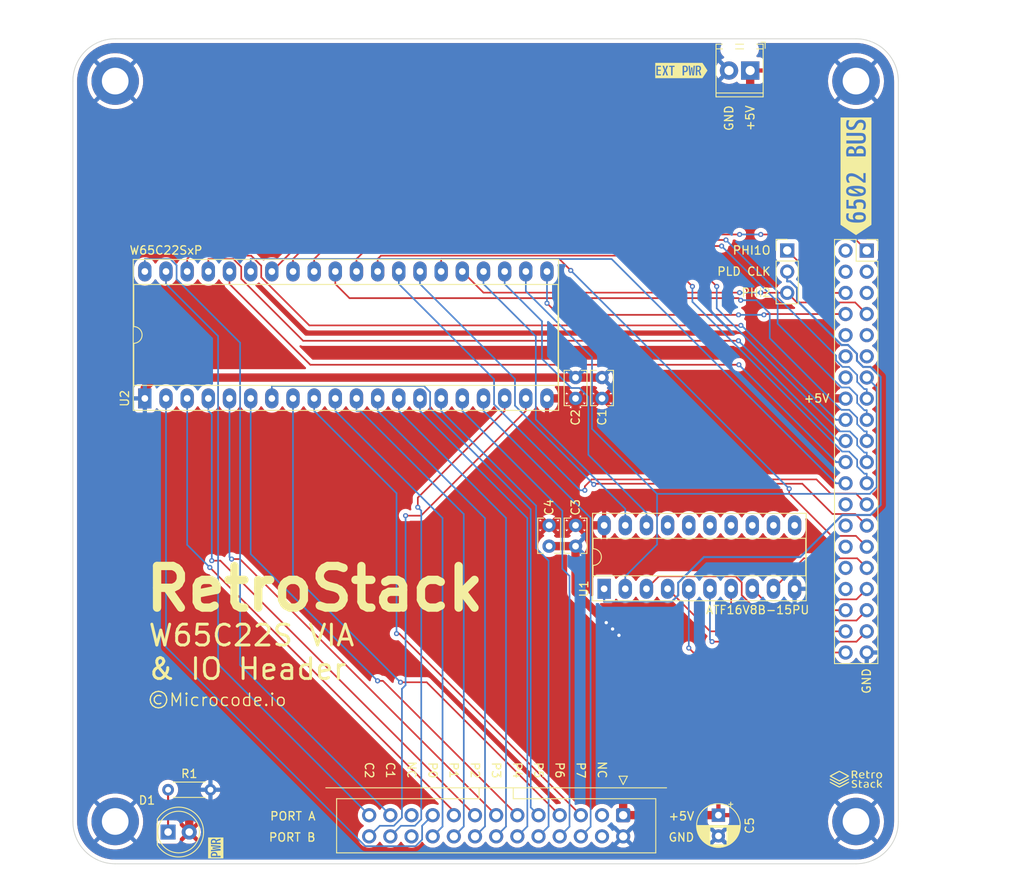
<source format=kicad_pcb>
(kicad_pcb (version 20211014) (generator pcbnew)
  (title_block (title "Retro Stack - PCB Template") (date "2023-04-01") (rev "0") (company "Microcode.io"))
  (layers (0 "F.Cu" signal) (31 "B.Cu" mixed) (34 "B.Paste" user) (35 "F.Paste" user) (36 "B.SilkS" user "B.Silkscreen") (37 "F.SilkS" user "F.Silkscreen") (38 "B.Mask" user) (39 "F.Mask" user) (44 "Edge.Cuts" user))
  (net 0 "")
  (net 1 "GND")
  (net 2 "/~{RES}")
  (net 3 "/VPB")
  (net 4 "/PHI2O")
  (net 5 "/RDY")
  (net 6 "/~{SO}")
  (net 7 "/PHI1O")
  (net 8 "/PHI2")
  (net 9 "/~{IRQ}")
  (net 10 "/BE")
  (net 11 "/~{ML}")
  (net 12 "/NC")
  (net 13 "/~{NMI}")
  (net 14 "/R{slash}~{W}")
  (net 15 "/SYNC")
  (net 16 "/D0")
  (net 17 "/D1")
  (net 18 "/A0")
  (net 19 "/D2")
  (net 20 "/A1")
  (net 21 "/D3")
  (net 22 "/A2")
  (net 23 "/D4")
  (net 24 "/A3")
  (net 25 "/D5")
  (net 26 "/A4")
  (net 27 "/D6")
  (net 28 "/A5")
  (net 29 "/D7")
  (net 30 "/A6")
  (net 31 "/A15")
  (net 32 "/A7")
  (net 33 "/A14")
  (net 34 "/A8")
  (net 35 "/A13")
  (net 36 "/A9")
  (net 37 "/A12")
  (net 38 "/A10")
  (net 39 "/A11")
  (net 40 "Net-(D1-Pad1)")
  (net 41 "+5V")
  (net 44 "/PA7")
  (net 45 "/PB7")
  (net 46 "/PA6")
  (net 47 "/PB6")
  (net 48 "/PA5")
  (net 49 "/PB5")
  (net 50 "/PA4")
  (net 51 "/PB4")
  (net 52 "/PA3")
  (net 53 "/PB3")
  (net 54 "/PA2")
  (net 55 "/PB2")
  (net 56 "/PA1")
  (net 57 "/PB1")
  (net 58 "/PA0")
  (net 59 "/PB0")
  (net 62 "/CA1")
  (net 63 "/CB1")
  (net 64 "/CA2")
  (net 65 "/CB2")
  (net 66 "/PLDCK")
  (net 74 "/VIA_~{CS2}")
  (net 75 "/VIA_CS1")
  (footprint "Package_DIP:DIP-40_W15.24mm_Socket_LongPads" (layer "F.Cu") (at 110.236 81.28 90)
    (fp_text reference "U2")
    (fp_text value "W65C22SxP")
  )
  (footprint "Capacitor_THT:C_Rect_L4.0mm_W2.5mm_P2.50mm" (layer "F.Cu") (at 165.1 81.28 90)
    (fp_text reference "C1")
    (fp_text value "1u")
  )
  (footprint "Connector_IDC:IDC-Header_2x13_P2.54mm_Vertical" (layer "F.Cu") (at 167.64 131.3275 -90)
    (fp_text reference "J3" hide)
    (fp_text value "HDR_IO_PORT")
  )
  (footprint "MountingHole:MountingHole_3.2mm_M3_ISO7380_Pad" (layer "F.Cu") (at 106.68 132.08)
    (fp_text reference "H4" hide)
    (fp_text value "M3" hide)
  )
  (footprint "Connector_PinHeader_2.54mm:PinHeader_1x03_P2.54mm_Vertical" (layer "F.Cu") (at 187.325 63.515)
    (fp_text reference "JP1" hide)
    (fp_text value "JMP_PLDCK")
  )
  (footprint "Resistor_THT:R_Axial_DIN0204_L3.6mm_D1.6mm_P5.08mm_Horizontal" (layer "F.Cu") (at 113.03 128.27)
    (fp_text reference "R1")
    (fp_text value "1k")
  )
  (footprint "MountingHole:MountingHole_3.2mm_M3_ISO7380_Pad" (layer "F.Cu") (at 106.68 43.18)
    (fp_text reference "H1" hide)
    (fp_text value "M3" hide)
  )
  (footprint "RetroStack:RetroStackFullLogo13x10mm" (layer "F.Cu") (at 195.58 127)
    (fp_text reference "G***" hide)
    (fp_text value "LOGO" hide)
  )
  (footprint "kibuzzard-642C36EF" (layer "F.Cu") (at 174.625 41.91)
    (fp_text reference "kibuzzard-642C36EF" hide)
    (fp_text value "G***" hide)
  )
  (footprint "Package_DIP:DIP-20_W7.62mm_Socket_LongPads" (layer "F.Cu") (at 165.354 104.14 90)
    (fp_text reference "U1")
    (fp_text value "ATF16V8B-15PU")
  )
  (footprint "kibuzzard-642C367F" (layer "F.Cu") (at 118.745 135.255 90)
    (fp_text reference "kibuzzard-642C367F" hide)
    (fp_text value "G***" hide)
  )
  (footprint "kibuzzard-642888DE" (layer "F.Cu") (at 195.58 54.61 90)
    (fp_text reference "kibuzzard-642888DE" hide)
    (fp_text value "G***" hide)
  )
  (footprint "MountingHole:MountingHole_3.2mm_M3_ISO7380_Pad" (layer "F.Cu") (at 195.58 43.18)
    (fp_text reference "H2" hide)
    (fp_text value "M3" hide)
  )
  (footprint "TerminalBlock_Phoenix:TerminalBlock_Phoenix_MPT-0,5-2-2.54_1x02_P2.54mm_Horizontal" (layer "F.Cu") (at 182.88 41.91 180)
    (fp_text reference "J2" hide)
    (fp_text value "TRM_PWR")
  )
  (footprint "Connector_PinSocket_2.54mm:PinSocket_2x20_P2.54mm_Vertical" (layer "F.Cu") (at 196.87 63.53)
    (fp_text reference "J1" hide)
    (fp_text value "BUS_6502")
  )
  (footprint "Capacitor_THT:C_Rect_L4.0mm_W2.5mm_P2.50mm" (layer "F.Cu") (at 161.925 96.52 -90)
    (fp_text reference "C3")
    (fp_text value "1u")
  )
  (footprint "Capacitor_THT:C_Rect_L4.0mm_W2.5mm_P2.50mm" (layer "F.Cu") (at 158.75 96.52 -90)
    (fp_text reference "C4")
    (fp_text value "0u1")
  )
  (footprint "LED_THT:LED_D5.0mm" (layer "F.Cu") (at 113.025 133.35)
    (fp_text reference "D1")
    (fp_text value "LED_PWR")
  )
  (footprint "Capacitor_THT:C_Rect_L4.0mm_W2.5mm_P2.50mm" (layer "F.Cu") (at 161.925 81.28 90)
    (fp_text reference "C2")
    (fp_text value "0u1")
  )
  (footprint "Capacitor_THT:CP_Radial_D5.0mm_P2.50mm" (layer "F.Cu") (at 179.07 131.318 -90)
    (fp_text reference "C5")
    (fp_text value "10u")
  )
  (footprint "MountingHole:MountingHole_3.2mm_M3_ISO7380_Pad" (layer "F.Cu") (at 195.58 132.08)
    (fp_text reference "H3" hide)
    (fp_text value "M3" hide)
  )
  (gr_arc (start 101.6 43.18) (mid 103.087898 39.587898) (end 106.68 38.1) (layer "Edge.Cuts") (width 0.1))
  (gr_line (start 195.58 38.1) (end 106.68 38.1) (layer "Edge.Cuts") (width 0.1))
  (gr_arc (start 106.68 137.16) (mid 103.087898 135.672102) (end 101.6 132.08) (layer "Edge.Cuts") (width 0.1))
  (gr_line (start 106.68 137.16) (end 195.58 137.16) (layer "Edge.Cuts") (width 0.1))
  (gr_arc (start 200.66 132.08) (mid 199.172102 135.672102) (end 195.58 137.16) (layer "Edge.Cuts") (width 0.1))
  (gr_line (start 101.6 43.18) (end 101.6 132.08) (layer "Edge.Cuts") (width 0.1))
  (gr_arc (start 195.58 38.1) (mid 199.172102 39.587898) (end 200.66 43.18) (layer "Edge.Cuts") (width 0.1))
  (gr_line (start 200.66 132.08) (end 200.66 43.18) (layer "Edge.Cuts") (width 0.1))
  (gr_text "PLD CLK" (at 185.42 66.04) (layer "F.SilkS") (effects (font (size 1 1) (thickness 0.153)) (justify right)))
  (gr_text "GND" (at 196.85 116.84 90) (layer "F.SilkS") (effects (font (size 1 1) (thickness 0.153)) (justify left)))
  (gr_text "P5" (at 157.48 127 270) (layer "F.SilkS") (effects (font (size 1 1) (thickness 0.153)) (justify right)))
  (gr_text "P4" (at 154.94 127 270) (layer "F.SilkS") (effects (font (size 1 1) (thickness 0.153)) (justify right)))
  (gr_text "NC" (at 165.1 127 270) (layer "F.SilkS") (effects (font (size 1 1) (thickness 0.153)) (justify right)))
  (gr_text "NC" (at 142.24 127 270) (layer "F.SilkS") (effects (font (size 1 1) (thickness 0.153)) (justify right)))
  (gr_text "P7" (at 162.56 127 270) (layer "F.SilkS") (effects (font (size 1 1) (thickness 0.153)) (justify right)))
  (gr_text "RetroStack" (at 109.855 104.14) (layer "F.SilkS") (effects (font (size 5 5) (thickness 1)) (justify left)))
  (gr_text "P3" (at 152.4 127 270) (layer "F.SilkS") (effects (font (size 1 1) (thickness 0.153)) (justify right)))
  (gr_text "C2" (at 137.16 127 270) (layer "F.SilkS") (effects (font (size 1 1) (thickness 0.153)) (justify right)))
  (gr_text "P0" (at 144.78 127 270) (layer "F.SilkS") (effects (font (size 1 1) (thickness 0.153)) (justify right)))
  (gr_text "+5V" (at 174.625 131.445) (layer "F.SilkS") (effects (font (size 1 1) (thickness 0.153))))
  (gr_text "©Microcode.io" (at 110.49 117.475) (layer "F.SilkS") (effects (font (size 1.5 1.5) (thickness 0.153)) (justify left)))
  (gr_text "P1" (at 147.32 127 270) (layer "F.SilkS") (effects (font (size 1 1) (thickness 0.153)) (justify right)))
  (gr_text "PHI2" (at 185.42 68.58) (layer "F.SilkS") (effects (font (size 1 1) (thickness 0.153)) (justify right)))
  (gr_text "PORT A" (at 130.81 131.445) (layer "F.SilkS") (effects (font (size 1 1) (thickness 0.153)) (justify right)))
  (gr_text "GND" (at 174.625 133.985) (layer "F.SilkS") (effects (font (size 1 1) (thickness 0.153))))
  (gr_text "C1" (at 139.7 127 270) (layer "F.SilkS") (effects (font (size 1 1) (thickness 0.153)) (justify right)))
  (gr_text "GND" (at 180.34 47.625 90) (layer "F.SilkS") (effects (font (size 1 1) (thickness 0.153))))
  (gr_text "P2" (at 149.86 127 270) (layer "F.SilkS") (effects (font (size 1 1) (thickness 0.153)) (justify right)))
  (gr_text "+5V" (at 189.23 81.28) (layer "F.SilkS") (effects (font (size 1 1) (thickness 0.153)) (justify left)))
  (gr_text "W65C22S VIA\n& IO Header" (at 110.49 111.76) (layer "F.SilkS") (effects (font (size 2.5 2.5) (thickness 0.35)) (justify left)))
  (gr_text "PHI1O" (at 185.42 63.5) (layer "F.SilkS") (effects (font (size 1 1) (thickness 0.153)) (justify right)))
  (gr_text "+5V" (at 182.88 47.625 90) (layer "F.SilkS") (effects (font (size 1 1) (thickness 0.153))))
  (gr_text "P6" (at 160.02 127 270) (layer "F.SilkS") (effects (font (size 1 1) (thickness 0.153)) (justify right)))
  (gr_text "PORT B" (at 130.81 133.985) (layer "F.SilkS") (effects (font (size 1 1) (thickness 0.153)) (justify right)))
  (segment (start 161.925 99.02) (end 161.925 104.521) (width 1) (layer "F.Cu") (net 1))
  (segment (start 165.1 78.78) (end 161.925 78.78) (width 1) (layer "F.Cu") (net 1))
  (segment (start 110.236 80.01) (end 110.236 81.28) (width 1) (layer "F.Cu") (net 1))
  (segment (start 111.506 78.74) (end 110.236 80.01) (width 1) (layer "F.Cu") (net 1))
  (segment (start 161.925 78.78) (end 111.546 78.78) (width 1) (layer "F.Cu") (net 1))
  (segment (start 166.37 108.966) (end 167.132 109.728) (width 1) (layer "F.Cu") (net 1))
  (segment (start 158.75 99.02) (end 161.925 99.02) (width 1) (layer "F.Cu") (net 1))
  (segment (start 111.546 78.78) (end 111.506 78.74) (width 1) (layer "F.Cu") (net 1))
  (segment (start 161.925 104.521) (end 165.608 108.204) (width 1) (layer "F.Cu") (net 1))
  (segment (start 165.608 108.204) (end 166.37 108.966) (width 1) (layer "F.Cu") (net 1))
  (via (at 165.608 108.204) (size 0.8) (drill 0.4) (layers "F.Cu" "B.Cu") (net 1))
  (via (at 167.132 109.728) (size 0.8) (drill 0.4) (layers "F.Cu" "B.Cu") (net 1))
  (via (at 166.37 108.966) (size 0.8) (drill 0.4) (layers "F.Cu" "B.Cu") (net 1))
  (segment (start 129.921 61.595) (end 125.476 66.04) (width 0.2) (layer "F.Cu") (net 2))
  (segment (start 196.87 63.53) (end 194.935 61.595) (width 0.2) (layer "F.Cu") (net 2))
  (segment (start 181.61 61.595) (end 129.921 61.595) (width 0.2) (layer "F.Cu") (net 2))
  (segment (start 194.935 61.595) (end 184.15 61.595) (width 0.2) (layer "F.Cu") (net 2))
  (via (at 181.61 61.595) (size 0.6) (drill 0.3) (layers "F.Cu" "B.Cu") (net 2))
  (via (at 184.15 61.595) (size 0.6) (drill 0.3) (layers "F.Cu" "B.Cu") (net 2))
  (segment (start 184.15 61.595) (end 181.61 61.595) (width 0.2) (layer "B.Cu") (net 2))
  (segment (start 194.33 68.61) (end 192.42 68.61) (width 0.2) (layer "F.Cu") (net 7))
  (segment (start 192.42 68.61) (end 187.325 63.515) (width 0.2) (layer "F.Cu") (net 7))
  (segment (start 184.165 68.595) (end 184.15 68.58) (width 0.2) (layer "F.Cu") (net 8))
  (segment (start 195.48 69.76) (end 188.49 69.76) (width 0.2) (layer "F.Cu") (net 8))
  (segment (start 188.49 69.76) (end 187.325 68.595) (width 0.2) (layer "F.Cu") (net 8))
  (segment (start 196.87 71.15) (end 195.48 69.76) (width 0.2) (layer "F.Cu") (net 8))
  (segment (start 150.876 68.58) (end 148.336 66.04) (width 0.2) (layer "F.Cu") (net 8))
  (segment (start 187.325 68.595) (end 184.165 68.595) (width 0.2) (layer "F.Cu") (net 8))
  (segment (start 181.61 68.58) (end 150.876 68.58) (width 0.2) (layer "F.Cu") (net 8))
  (via (at 184.15 68.58) (size 0.6) (drill 0.3) (layers "F.Cu" "B.Cu") (net 8))
  (via (at 181.61 68.58) (size 0.6) (drill 0.3) (layers "F.Cu" "B.Cu") (net 8))
  (segment (start 184.15 68.58) (end 181.61 68.58) (width 0.2) (layer "B.Cu") (net 8))
  (segment (start 159.893 71.247) (end 158.496 69.85) (width 0.2) (layer "F.Cu") (net 9))
  (segment (start 194.33 71.15) (end 184.628 71.15) (width 0.2) (layer "F.Cu") (net 9))
  (segment (start 184.628 71.15) (end 184.531 71.247) (width 0.2) (layer "F.Cu") (net 9))
  (segment (start 181.483 71.247) (end 159.893 71.247) (width 0.2) (layer "F.Cu") (net 9))
  (via (at 181.483 71.247) (size 0.6) (drill 0.3) (layers "F.Cu" "B.Cu") (net 9))
  (via (at 184.531 71.247) (size 0.6) (drill 0.3) (layers "F.Cu" "B.Cu") (net 9))
  (via (at 158.496 69.85) (size 0.6) (drill 0.3) (layers "F.Cu" "B.Cu") (net 9))
  (segment (start 158.496 69.85) (end 158.496 66.04) (width 0.2) (layer "B.Cu") (net 9))
  (segment (start 184.531 71.247) (end 181.483 71.247) (width 0.2) (layer "B.Cu") (net 9))
  (segment (start 163.8998 84.9358) (end 163.8998 76.3331) (width 0.2) (layer "B.Cu") (net 14))
  (segment (start 171.704 98.8299) (end 171.704 92.74) (width 0.2) (layer "B.Cu") (net 14))
  (segment (start 167.894 102.6399) (end 171.704 98.8299) (width 0.2) (layer "B.Cu") (net 14))
  (segment (start 198.0526 91.9346) (end 197.2472 92.74) (width 0.2) (layer "B.Cu") (net 14))
  (segment (start 197.2472 92.74) (end 171.704 92.74) (width 0.2) (layer "B.Cu") (net 14))
  (segment (start 163.8998 76.3331) (end 155.956 68.3893) (width 0.2) (layer "B.Cu") (net 14))
  (segment (start 155.956 68.3893) (end 155.956 66.04) (width 0.2) (layer "B.Cu") (net 14))
  (segment (start 198.0526 79.9526) (end 198.0526 91.9346) (width 0.2) (layer "B.Cu") (net 14))
  (segment (start 196.87 78.77) (end 198.0526 79.9526) (width 0.2) (layer "B.Cu") (net 14))
  (segment (start 167.894 104.14) (end 167.894 102.6399) (width 0.2) (layer "B.Cu") (net 14))
  (segment (start 171.704 92.74) (end 163.8998 84.9358) (width 0.2) (layer "B.Cu") (net 14))
  (segment (start 130.3007 62.2552) (end 128.016 64.5399) (width 0.2) (layer "F.Cu") (net 16))
  (segment (start 179.9742 62.2552) (end 130.3007 62.2552) (width 0.2) (layer "F.Cu") (net 16))
  (segment (start 128.016 66.04) (end 128.016 64.5399) (width 0.2) (layer "F.Cu") (net 16))
  (via (at 179.9742 62.2552) (size 0.6) (drill 0.3) (layers "F.Cu" "B.Cu") (net 16))
  (segment (start 193.1798 76.7183) (end 193.1798 76.1439) (width 0.2) (layer "B.Cu") (net 16))
  (segment (start 195.7199 79.2974) (end 195.7199 78.4715) (width 0.2) (layer "B.Cu") (net 16))
  (segment (start 196.87 81.31) (end 196.87 80.1599) (width 0.2) (layer "B.Cu") (net 16))
  (segment (start 193.9615 77.5) (end 193.1798 76.7183) (width 0.2) (layer "B.Cu") (net 16))
  (segment (start 193.1798 76.1439) (end 186.1748 69.1389) (width 0.2) (layer "B.Cu") (net 16))
  (segment (start 194.7484 77.5) (end 193.9615 77.5) (width 0.2) (layer "B.Cu") (net 16))
  (segment (start 186.1748 69.1389) (end 186.1748 68.4558) (width 0.2) (layer "B.Cu") (net 16))
  (segment (start 186.1748 68.4558) (end 179.9742 62.2552) (width 0.2) (layer "B.Cu") (net 16))
  (segment (start 196.5824 80.1599) (end 195.7199 79.2974) (width 0.2) (layer "B.Cu") (net 16))
  (segment (start 196.87 80.1599) (end 196.5824 80.1599) (width 0.2) (layer "B.Cu") (net 16))
  (segment (start 195.7199 78.4715) (end 194.7484 77.5) (width 0.2) (layer "B.Cu") (net 16))
  (segment (start 130.556 66.04) (end 130.556 64.5399) (width 0.2) (layer "F.Cu") (net 17))
  (segment (start 179.4537 62.9837) (end 132.1122 62.9837) (width 0.2) (layer "F.Cu") (net 17))
  (segment (start 132.1122 62.9837) (end 130.556 64.5399) (width 0.2) (layer "F.Cu") (net 17))
  (via (at 179.4537 62.9837) (size 0.6) (drill 0.3) (layers "F.Cu" "B.Cu") (net 17))
  (segment (start 195.7199 80.9203) (end 194.7689 79.9693) (width 0.2) (layer "B.Cu") (net 17))
  (segment (start 195.7199 81.8374) (end 195.7199 80.9203) (width 0.2) (layer "B.Cu") (net 17))
  (segment (start 193.8391 79.9693) (end 186.1748 72.305) (width 0.2) (layer "B.Cu") (net 17))
  (segment (start 196.87 83.85) (end 196.87 82.6999) (width 0.2) (layer "B.Cu") (net 17))
  (segment (start 196.5824 82.6999) (end 195.7199 81.8374) (width 0.2) (layer "B.Cu") (net 17))
  (segment (start 196.87 82.6999) (end 196.5824 82.6999) (width 0.2) (layer "B.Cu") (net 17))
  (segment (start 194.7689 79.9693) (end 193.8391 79.9693) (width 0.2) (layer "B.Cu") (net 17))
  (segment (start 186.1748 72.305) (end 186.1748 69.7048) (width 0.2) (layer "B.Cu") (net 17))
  (segment (start 186.1748 69.7048) (end 179.4537 62.9837) (width 0.2) (layer "B.Cu") (net 17))
  (segment (start 181.7667 72.5149) (end 129.9804 72.5149) (width 0.2) (layer "F.Cu") (net 18))
  (segment (start 129.9804 72.5149) (end 124.206 66.7405) (width 0.2) (layer "F.Cu") (net 18))
  (segment (start 124.206 66.7405) (end 124.206 65.3538) (width 0.2) (layer "F.Cu") (net 18))
  (segment (start 115.316 66.04) (end 115.316 64.5399) (width 0.2) (layer "F.Cu") (net 18))
  (segment (start 124.206 65.3538) (end 122.992 64.1398) (width 0.2) (layer "F.Cu") (net 18))
  (segment (start 115.7161 64.1398) (end 115.316 64.5399) (width 0.2) (layer "F.Cu") (net 18))
  (segment (start 122.992 64.1398) (end 115.7161 64.1398) (width 0.2) (layer "F.Cu") (net 18))
  (via (at 181.7667 72.5149) (size 0.6) (drill 0.3) (layers "F.Cu" "B.Cu") (net 18))
  (segment (start 193.1799 83.85) (end 181.8448 72.5149) (width 0.2) (layer "B.Cu") (net 18))
  (segment (start 181.8448 72.5149) (end 181.7667 72.5149) (width 0.2) (layer "B.Cu") (net 18))
  (segment (start 194.33 83.85) (end 193.1799 83.85) (width 0.2) (layer "B.Cu") (net 18))
  (segment (start 181.4905 69.2413) (end 181.7449 69.4957) (width 0.2) (layer "F.Cu") (net 19))
  (segment (start 133.096 66.04) (end 133.096 67.5401) (width 0.2) (layer "F.Cu") (net 19))
  (segment (start 134.7972 69.2413) (end 181.4905 69.2413) (width 0.2) (layer "F.Cu") (net 19))
  (segment (start 133.096 67.5401) (end 134.7972 69.2413) (width 0.2) (layer "F.Cu") (net 19))
  (via (at 181.7449 69.4957) (size 0.6) (drill 0.3) (layers "F.Cu" "B.Cu") (net 19))
  (segment (start 195.7199 83.5956) (end 194.775 82.6507) (width 0.2) (layer "B.Cu") (net 19))
  (segment (start 196.5824 85.2399) (end 195.7199 84.3774) (width 0.2) (layer "B.Cu") (net 19))
  (segment (start 183.6474 69.4957) (end 181.7449 69.4957) (width 0.2) (layer "B.Cu") (net 19))
  (segment (start 193.8214 82.6507) (end 185.2287 74.058) (width 0.2) (layer "B.Cu") (net 19))
  (segment (start 185.2287 74.058) (end 185.2287 71.077) (width 0.2) (layer "B.Cu") (net 19))
  (segment (start 195.7199 84.3774) (end 195.7199 83.5956) (width 0.2) (layer "B.Cu") (net 19))
  (segment (start 194.775 82.6507) (end 193.8214 82.6507) (width 0.2) (layer "B.Cu") (net 19))
  (segment (start 196.87 85.2399) (end 196.5824 85.2399) (width 0.2) (layer "B.Cu") (net 19))
  (segment (start 185.2287 71.077) (end 183.6474 69.4957) (width 0.2) (layer "B.Cu") (net 19))
  (segment (start 196.87 86.39) (end 196.87 85.2399) (width 0.2) (layer "B.Cu") (net 19))
  (segment (start 181.4739 74.3577) (end 129.2335 74.3577) (width 0.2) (layer "F.Cu") (net 20))
  (segment (start 117.856 66.04) (end 117.856 64.5399) (width 0.2) (layer "F.Cu") (net 20))
  (segment (start 129.2335 74.3577) (end 121.8076 66.9318) (width 0.2) (layer "F.Cu") (net 20))
  (segment (start 121.8076 66.9318) (end 121.8076 65.4845) (width 0.2) (layer "F.Cu") (net 20))
  (segment (start 120.863 64.5399) (end 117.856 64.5399) (width 0.2) (layer "F.Cu") (net 20))
  (segment (start 121.8076 65.4845) (end 120.863 64.5399) (width 0.2) (layer "F.Cu") (net 20))
  (via (at 181.4739 74.3577) (size 0.6) (drill 0.3) (layers "F.Cu" "B.Cu") (net 20))
  (segment (start 193.5062 86.39) (end 181.4739 74.3577) (width 0.2) (layer "B.Cu") (net 20))
  (segment (start 194.33 86.39) (end 193.5062 86.39) (width 0.2) (layer "B.Cu") (net 20))
  (segment (start 174.7455 63.7147) (end 136.4612 63.7147) (width 0.2) (layer "F.Cu") (net 21))
  (segment (start 136.4612 63.7147) (end 135.636 64.5399) (width 0.2) (layer "F.Cu") (net 21))
  (segment (start 178.8668 67.836) (end 174.7455 63.7147) (width 0.2) (layer "F.Cu") (net 21))
  (segment (start 135.636 66.04) (end 135.636 64.5399) (width 0.2) (layer "F.Cu") (net 21))
  (via (at 178.8668 67.836) (size 0.6) (drill 0.3) (layers "F.Cu" "B.Cu") (net 21))
  (segment (start 196.87 87.7799) (end 196.5824 87.7799) (width 0.2) (layer "B.Cu") (net 21))
  (segment (start 194.8353 85.2398) (end 193.6415 85.2398) (width 0.2) (layer "B.Cu") (net 21))
  (segment (start 195.7199 86.1244) (end 194.8353 85.2398) (width 0.2) (layer "B.Cu") (net 21))
  (segment (start 195.7199 86.9174) (end 195.7199 86.1244) (width 0.2) (layer "B.Cu") (net 21))
  (segment (start 193.6415 85.2398) (end 178.8668 70.4651) (width 0.2) (layer "B.Cu") (net 21))
  (segment (start 178.8668 70.4651) (end 178.8668 67.836) (width 0.2) (layer "B.Cu") (net 21))
  (segment (start 196.87 88.93) (end 196.87 87.7799) (width 0.2) (layer "B.Cu") (net 21))
  (segment (start 196.5824 87.7799) (end 195.7199 86.9174) (width 0.2) (layer "B.Cu") (net 21))
  (segment (start 120.396 66.04) (end 120.396 67.5401) (width 0.2) (layer "F.Cu") (net 22))
  (segment (start 130.094 77.2381) (end 120.396 67.5401) (width 0.2) (layer "F.Cu") (net 22))
  (segment (start 181.5254 77.2381) (end 130.094 77.2381) (width 0.2) (layer "F.Cu") (net 22))
  (via (at 181.5254 77.2381) (size 0.6) (drill 0.3) (layers "F.Cu" "B.Cu") (net 22))
  (segment (start 193.1799 88.93) (end 193.1799 88.8926) (width 0.2) (layer "B.Cu") (net 22))
  (segment (start 193.1799 88.8926) (end 181.5254 77.2381) (width 0.2) (layer "B.Cu") (net 22))
  (segment (start 194.33 88.93) (end 193.1799 88.93) (width 0.2) (layer "B.Cu") (net 22))
  (segment (start 138.5761 64.1398) (end 138.176 64.5399) (width 0.2) (layer "F.Cu") (net 23))
  (segment (start 138.176 66.04) (end 138.176 64.5399) (width 0.2) (layer "F.Cu") (net 23))
  (segment (start 175.9473 67.836) (end 172.2511 64.1398) (width 0.2) (layer "F.Cu") (net 23))
  (segment (start 172.2511 64.1398) (end 138.5761 64.1398) (width 0.2) (layer "F.Cu") (net 23))
  (via (at 175.9473 67.836) (size 0.6) (drill 0.3) (layers "F.Cu" "B.Cu") (net 23))
  (segment (start 196.87 91.47) (end 196.87 90.3199) (width 0.2) (layer "B.Cu") (net 23))
  (segment (start 196.5824 90.3199) (end 196.87 90.3199) (width 0.2) (layer "B.Cu") (net 23))
  (segment (start 175.9473 69.6797) (end 193.9276 87.66) (width 0.2) (layer "B.Cu") (net 23))
  (segment (start 195.7199 89.4574) (end 196.5824 90.3199) (width 0.2) (layer "B.Cu") (net 23))
  (segment (start 194.7484 87.66) (end 195.7199 88.6315) (width 0.2) (layer "B.Cu") (net 23))
  (segment (start 175.9473 67.836) (end 175.9473 69.6797) (width 0.2) (layer "B.Cu") (net 23))
  (segment (start 195.7199 88.6315) (end 195.7199 89.4574) (width 0.2) (layer "B.Cu") (net 23))
  (segment (start 193.9276 87.66) (end 194.7484 87.66) (width 0.2) (layer "B.Cu") (net 23))
  (segment (start 122.936 66.04) (end 122.936 64.5399) (width 0.2) (layer "B.Cu") (net 24))
  (segment (start 166.2498 64.5399) (end 122.936 64.5399) (width 0.2) (layer "B.Cu") (net 24))
  (segment (start 193.1799 91.47) (end 166.2498 64.5399) (width 0.2) (layer "B.Cu") (net 24))
  (segment (start 194.33 91.47) (end 193.1799 91.47) (width 0.2) (layer "B.Cu") (net 24))
  (segment (start 163.8656 91.0094) (end 163.0385 91.8365) (width 0.2) (layer "F.Cu") (net 25))
  (segment (start 192.532 92.71) (end 190.8314 91.0094) (width 0.2) (layer "F.Cu") (net 25))
  (segment (start 195.57 92.71) (end 192.532 92.71) (width 0.2) (layer "F.Cu") (net 25))
  (segment (start 163.0385 91.8365) (end 163.0385 92.3138) (width 0.2) (layer "F.Cu") (net 25))
  (segment (start 196.87 94.01) (end 195.57 92.71) (width 0.2) (layer "F.Cu") (net 25))
  (segment (start 190.8314 91.0094) (end 163.8656 91.0094) (width 0.2) (layer "F.Cu") (net 25))
  (via (at 163.0385 92.3138) (size 0.6) (drill 0.3) (layers "F.Cu" "B.Cu") (net 25))
  (segment (start 162.4647 92.3138) (end 163.0385 92.3138) (width 0.2) (layer "B.Cu") (net 25))
  (segment (start 152.146 81.9951) (end 162.4647 92.3138) (width 0.2) (layer "B.Cu") (net 25))
  (segment (start 152.146 78.9701) (end 152.146 81.9951) (width 0.2) (layer "B.Cu") (net 25))
  (segment (start 140.716 67.5401) (end 152.146 78.9701) (width 0.2) (layer "B.Cu") (net 25))
  (segment (start 140.716 66.04) (end 140.716 67.5401) (width 0.2) (layer "B.Cu") (net 25))
  (segment (start 192.7718 95.16) (end 195.48 95.16) (width 0.2) (layer "F.Cu") (net 27))
  (segment (start 164.1951 91.5285) (end 164.1132 91.6104) (width 0.2) (layer "F.Cu") (net 27))
  (segment (start 189.1403 91.5285) (end 164.1951 91.5285) (width 0.2) (layer "F.Cu") (net 27))
  (segment (start 196.87 96.55) (end 195.48 95.16) (width 0.2) (layer "F.Cu") (net 27))
  (segment (start 192.7718 95.16) (end 189.1403 91.5285) (width 0.2) (layer "F.Cu") (net 27))
  (via (at 164.1132 91.6104) (size 0.6) (drill 0.3) (layers "F.Cu" "B.Cu") (net 27))
  (segment (start 143.256 66.04) (end 143.256 67.5401) (width 0.2) (layer "B.Cu") (net 27))
  (segment (start 154.6559 78.94) (end 143.256 67.5401) (width 0.2) (layer "B.Cu") (net 27))
  (segment (start 164.1132 91.6104) (end 154.6559 82.1531) (width 0.2) (layer "B.Cu") (net 27))
  (segment (start 154.6559 82.1531) (end 154.6559 78.94) (width 0.2) (layer "B.Cu") (net 27))
  (segment (start 195.57 97.79) (end 192.659 97.79) (width 0.2) (layer "F.Cu") (net 29))
  (segment (start 159.9738 64.5399) (end 161.3498 65.9159) (width 0.2) (layer "F.Cu") (net 29))
  (segment (start 187.5625 92.6935) (end 187.5625 92.1286) (width 0.2) (layer "F.Cu") (net 29))
  (segment (start 145.796 66.04) (end 145.796 64.5399) (width 0.2) (layer "F.Cu") (net 29))
  (segment (start 192.659 97.79) (end 187.5625 92.6935) (width 0.2) (layer "F.Cu") (net 29))
  (segment (start 196.87 99.09) (end 195.57 97.79) (width 0.2) (layer "F.Cu") (net 29))
  (segment (start 145.796 64.5399) (end 159.9738 64.5399) (width 0.2) (layer "F.Cu") (net 29))
  (via (at 161.3498 65.9159) (size 0.6) (drill 0.3) (layers "F.Cu" "B.Cu") (net 29))
  (via (at 187.5625 92.1286) (size 0.6) (drill 0.3) (layers "F.Cu" "B.Cu") (net 29))
  (segment (start 161.3498 65.9159) (end 187.5625 92.1286) (width 0.2) (layer "B.Cu") (net 29))
  (segment (start 185.674 104.14) (end 189.334 100.48) (width 0.2) (layer "F.Cu") (net 31))
  (segment (start 195.72 100.48) (end 196.87 101.63) (width 0.2) (layer "F.Cu") (net 31))
  (segment (start 189.334 100.48) (end 195.72 100.48) (width 0.2) (layer "F.Cu") (net 31))
  (segment (start 185.039 106.045) (end 183.134 104.14) (width 0.2) (layer "F.Cu") (net 33))
  (segment (start 196.87 104.17) (end 195.63 105.41) (width 0.2) (layer "F.Cu") (net 33))
  (segment (start 195.63 105.41) (end 190.5 105.41) (width 0.2) (layer "F.Cu") (net 33))
  (segment (start 189.865 106.045) (end 185.039 106.045) (width 0.2) (layer "F.Cu") (net 33))
  (segment (start 190.5 105.41) (end 189.865 106.045) (width 0.2) (layer "F.Cu") (net 33))
  (segment (start 196.87 106.71) (end 195.63 107.95) (width 0.2) (layer "F.Cu") (net 35))
  (segment (start 182.626 107.95) (end 180.594 105.918) (width 0.2) (layer "F.Cu") (net 35))
  (segment (start 180.594 105.918) (end 180.594 104.14) (width 0.2) (layer "F.Cu") (net 35))
  (segment (start 195.63 107.95) (end 182.626 107.95) (width 0.2) (layer "F.Cu") (net 35))
  (segment (start 194.33 106.71) (end 183.672 106.71) (width 0.2) (layer "F.Cu") (net 36))
  (segment (start 171.934 102.64) (end 170.434 104.14) (width 0.2) (layer "F.Cu") (net 36))
  (segment (start 181.864 104.902) (end 181.864 103.378) (width 0.2) (layer "F.Cu") (net 36))
  (segment (start 181.864 103.378) (end 181.126 102.64) (width 0.2) (layer "F.Cu") (net 36))
  (segment (start 183.672 106.71) (end 181.864 104.902) (width 0.2) (layer "F.Cu") (net 36))
  (segment (start 181.126 102.64) (end 171.934 102.64) (width 0.2) (layer "F.Cu") (net 36))
  (segment (start 196.87 109.25) (end 195.63 110.49) (width 0.2) (layer "F.Cu") (net 37))
  (segment (start 195.63 110.49) (end 178.308 110.49) (width 0.2) (layer "F.Cu") (net 37))
  (via (at 178.308 110.49) (size 0.6) (drill 0.3) (layers "F.Cu" "B.Cu") (net 37))
  (segment (start 178.054 110.236) (end 178.054 104.14) (width 0.2) (layer "B.Cu") (net 37))
  (segment (start 178.308 110.49) (end 178.054 110.236) (width 0.2) (layer "B.Cu") (net 37))
  (segment (start 194.33 109.25) (end 178.084 109.25) (width 0.2) (layer "F.Cu") (net 38))
  (segment (start 178.084 109.25) (end 172.974 104.14) (width 0.2) (layer "F.Cu") (net 38))
  (segment (start 176.052 111.79) (end 175.514 111.252) (width 0.2) (layer "F.Cu") (net 39))
  (segment (start 194.33 111.79) (end 176.052 111.79) (width 0.2) (layer "F.Cu") (net 39))
  (via (at 175.514 111.252) (size 0.6) (drill 0.3) (layers "F.Cu" "B.Cu") (net 39))
  (segment (start 175.514 111.252) (end 175.514 104.14) (width 0.2) (layer "B.Cu") (net 39))
  (segment (start 113.025 133.35) (end 113.025 128.275) (width 0.25) (layer "F.Cu") (net 40))
  (segment (start 167.65 131.318) (end 179.07 131.318) (width 1) (layer "F.Cu") (net 41))
  (segment (start 156.21 96.52) (end 118.11 96.52) (width 1) (layer "F.Cu") (net 41))
  (segment (start 161.925 81.28) (end 161.925 96.52) (width 1) (layer "F.Cu") (net 41))
  (segment (start 115.565 99.065) (end 115.565 133.35) (width 1) (layer "F.Cu") (net 41))
  (segment (start 165.1 81.28) (end 182.88 81.28) (width 1) (layer "F.Cu") (net 41))
  (segment (start 158.75 96.52) (end 161.925 96.52) (width 1) (layer "F.Cu") (net 41))
  (segment (start 167.64 113.03) (end 156.21 101.6) (width 1) (layer "F.Cu") (net 41))
  (segment (start 182.88 41.91) (end 182.88 81.28) (width 1) (layer "F.Cu") (net 41))
  (segment (start 158.496 81.28) (end 161.925 81.28) (width 1) (layer "F.Cu") (net 41))
  (segment (start 182.88 81.28) (end 194.3 81.28) (width 1) (layer "F.Cu") (net 41))
  (segment (start 161.925 96.52) (end 165.354 96.52) (width 1) (layer "F.Cu") (net 41))
  (segment (start 156.21 101.6) (end 156.21 96.52) (width 1) (layer "F.Cu") (net 41))
  (segment (start 161.925 81.28) (end 165.1 81.28) (width 1) (layer "F.Cu") (net 41))
  (segment (start 167.64 131.3275) (end 167.64 113.03) (width 1) (layer "F.Cu") (net 41))
  (segment (start 158.75 96.52) (end 156.21 96.52) (width 1) (layer "F.Cu") (net 41))
  (segment (start 118.11 96.52) (end 115.565 99.065) (width 1) (layer "F.Cu") (net 41))
  (segment (start 162.56 131.3275) (end 140.7572 109.5247) (width 0.2) (layer "F.Cu") (net 44))
  (segment (start 140.7572 109.5247) (end 140.4409 109.5247) (width 0.2) (layer "F.Cu") (net 44))
  (via (at 140.4409 109.5247) (size 0.6) (drill 0.3) (layers "F.Cu" "B.Cu") (net 44))
  (segment (start 130.556 81.28) (end 130.556 82.7801) (width 0.2) (layer "B.Cu") (net 44))
  (segment (start 140.4409 109.5247) (end 140.4409 92.665) (width 0.2) (layer "B.Cu") (net 44))
  (segment (start 140.4409 92.665) (end 130.556 82.7801) (width 0.2) (layer "B.Cu") (net 44))
  (segment (start 162.56 133.8675) (end 163.7324 132.6951) (width 0.2) (layer "B.Cu") (net 45))
  (segment (start 163.7324 95.6365) (end 150.876 82.7801) (width 0.2) (layer "B.Cu") (net 45))
  (segment (start 150.876 81.28) (end 150.876 82.7801) (width 0.2) (layer "B.Cu") (net 45))
  (segment (start 163.7324 132.6951) (end 163.7324 95.6365) (width 0.2) (layer "B.Cu") (net 45))
  (segment (start 144.0562 115.3637) (end 140.9133 115.3637) (width 0.2) (layer "F.Cu") (net 46))
  (segment (start 160.02 131.3275) (end 144.0562 115.3637) (width 0.2) (layer "F.Cu") (net 46))
  (via (at 140.9133 115.3637) (size 0.6) (drill 0.3) (layers "F.Cu" "B.Cu") (net 46))
  (segment (start 140.9133 115.3637) (end 128.016 102.4664) (width 0.2) (layer "B.Cu") (net 46))
  (segment (start 128.016 102.4664) (end 128.016 81.28) (width 0.2) (layer "B.Cu") (net 46))
  (segment (start 161.2005 132.687) (end 161.2005 102.6014) (width 0.2) (layer "B.Cu") (net 47))
  (segment (start 160.3376 101.7385) (end 160.3376 94.7817) (width 0.2) (layer "B.Cu") (net 47))
  (segment (start 148.336 81.28) (end 148.336 82.7801) (width 0.2) (layer "B.Cu") (net 47))
  (segment (start 161.2005 102.6014) (end 160.3376 101.7385) (width 0.2) (layer "B.Cu") (net 47))
  (segment (start 160.02 133.8675) (end 161.2005 132.687) (width 0.2) (layer "B.Cu") (net 47))
  (segment (start 160.3376 94.7817) (end 148.336 82.7801) (width 0.2) (layer "B.Cu") (net 47))
  (segment (start 156.5411 130.3886) (end 157.48 131.3275) (width 0.2) (layer "B.Cu") (net 48))
  (segment (start 125.476 79.7799) (end 143.7387 79.7799) (width 0.2) (layer "B.Cu") (net 48))
  (segment (start 143.7387 79.7799) (end 144.4709 80.5121) (width 0.2) (layer "B.Cu") (net 48))
  (segment (start 144.4709 82.5248) (end 156.5411 94.595) (width 0.2) (layer "B.Cu") (net 48))
  (segment (start 156.5411 94.595) (end 156.5411 130.3886) (width 0.2) (layer "B.Cu") (net 48))
  (segment (start 125.476 81.28) (end 125.476 79.7799) (width 0.2) (layer "B.Cu") (net 48))
  (segment (start 144.4709 80.5121) (end 144.4709 82.5248) (width 0.2) (layer "B.Cu") (net 48))
  (segment (start 157.187 99.2628) (end 157.187 94.1711) (width 0.2) (layer "B.Cu") (net 49))
  (segment (start 145.796 81.28) (end 145.796 82.7801) (width 0.2) (layer "B.Cu") (net 49))
  (segment (start 158.6875 100.7633) (end 157.187 99.2628) (width 0.2) (layer "B.Cu") (net 49))
  (segment (start 157.48 133.8675) (end 158.6875 132.66) (width 0.2) (layer "B.Cu") (net 49))
  (segment (start 158.6875 132.66) (end 158.6875 100.7633) (width 0.2) (layer "B.Cu") (net 49))
  (segment (start 157.187 94.1711) (end 145.796 82.7801) (width 0.2) (layer "B.Cu") (net 49))
  (segment (start 138.806 115.1935) (end 138.164 115.1935) (width 0.2) (layer "F.Cu") (net 50))
  (segment (start 154.94 131.3275) (end 138.806 115.1935) (width 0.2) (layer "F.Cu") (net 50))
  (via (at 138.164 115.1935) (size 0.6) (drill 0.3) (layers "F.Cu" "B.Cu") (net 50))
  (segment (start 138.164 115.1935) (end 122.936 99.9655) (width 0.2) (layer "B.Cu") (net 50))
  (segment (start 122.936 99.9655) (end 122.936 81.28) (width 0.2) (layer "B.Cu") (net 50))
  (segment (start 156.1409 95.665) (end 143.256 82.7801) (width 0.2) (layer "B.Cu") (net 51))
  (segment (start 156.1409 132.6666) (end 156.1409 95.665) (width 0.2) (layer "B.Cu") (net 51))
  (segment (start 154.94 133.8675) (end 156.1409 132.6666) (width 0.2) (layer "B.Cu") (net 51))
  (segment (start 143.256 81.28) (end 143.256 82.7801) (width 0.2) (layer "B.Cu") (net 51))
  (segment (start 121.6438 100.5713) (end 120.648 100.5713) (width 0.2) (layer "F.Cu") (net 52))
  (segment (start 152.4 131.3275) (end 121.6438 100.5713) (width 0.2) (layer "F.Cu") (net 52))
  (via (at 120.648 100.5713) (size 0.6) (drill 0.3) (layers "F.Cu" "B.Cu") (net 52))
  (segment (start 120.396 100.3193) (end 120.396 81.28) (width 0.2) (layer "B.Cu") (net 52))
  (segment (start 120.648 100.5713) (end 120.396 100.3193) (width 0.2) (layer "B.Cu") (net 52))
  (segment (start 140.716 81.28) (end 140.716 82.7801) (width 0.2) (layer "B.Cu") (net 53))
  (segment (start 152.4 133.8675) (end 153.5761 132.6914) (width 0.2) (layer "B.Cu") (net 53))
  (segment (start 153.5761 132.6914) (end 153.5761 95.6402) (width 0.2) (layer "B.Cu") (net 53))
  (segment (start 153.5761 95.6402) (end 140.716 82.7801) (width 0.2) (layer "B.Cu") (net 53))
  (segment (start 119.2987 100.7662) (end 118.2689 100.7662) (width 0.2) (layer "F.Cu") (net 54))
  (segment (start 149.86 131.3275) (end 119.2987 100.7662) (width 0.2) (layer "F.Cu") (net 54))
  (via (at 118.2689 100.7662) (size 0.6) (drill 0.3) (layers "F.Cu" "B.Cu") (net 54))
  (segment (start 118.2689 100.7662) (end 118.2689 83.193) (width 0.2) (layer "B.Cu") (net 54))
  (segment (start 117.856 81.28) (end 117.856 82.7801) (width 0.2) (layer "B.Cu") (net 54))
  (segment (start 118.2689 83.193) (end 117.856 82.7801) (width 0.2) (layer "B.Cu") (net 54))
  (segment (start 149.86 133.8675) (end 151.0594 132.6681) (width 0.2) (layer "B.Cu") (net 55))
  (segment (start 151.0594 95.6635) (end 138.176 82.7801) (width 0.2) (layer "B.Cu") (net 55))
  (segment (start 151.0594 132.6681) (end 151.0594 95.6635) (width 0.2) (layer "B.Cu") (net 55))
  (segment (start 138.176 81.28) (end 138.176 82.7801) (width 0.2) (layer "B.Cu") (net 55))
  (segment (start 147.32 130.8654) (end 118.0348 101.5802) (width 0.2) (layer "F.Cu") (net 56))
  (via (at 118.0348 101.5802) (size 0.6) (drill 0.3) (layers "F.Cu" "B.Cu") (net 56))
  (segment (start 115.316 98.8614) (end 115.316 81.28) (width 0.2) (layer "B.Cu") (net 56))
  (segment (start 118.0348 101.5802) (end 115.316 98.8614) (width 0.2) (layer "B.Cu") (net 56))
  (segment (start 135.636 81.28) (end 135.636 82.7801) (width 0.2) (layer "B.Cu") (net 57))
  (segment (start 148.5107 95.1698) (end 136.121 82.7801) (width 0.2) (layer "B.Cu") (net 57))
  (segment (start 136.121 82.7801) (end 135.636 82.7801) (width 0.2) (layer "B.Cu") (net 57))
  (segment (start 148.5107 132.6768) (end 148.5107 95.1698) (width 0.2) (layer "B.Cu") (net 57))
  (segment (start 147.32 133.8675) (end 148.5107 132.6768) (width 0.2) (layer "B.Cu") (net 57))
  (segment (start 136.6867 135.0455) (end 112.776 111.1348) (width 0.2) (layer "B.Cu") (net 58))
  (segment (start 143.51 134.2614) (end 142.7259 135.0455) (width 0.2) (layer "B.Cu") (net 58))
  (segment (start 144.78 131.3275) (end 143.51 132.5975) (width 0.2) (layer "B.Cu") (net 58))
  (segment (start 143.51 132.5975) (end 143.51 134.2614) (width 0.2) (layer "B.Cu") (net 58))
  (segment (start 142.7259 135.0455) (end 136.6867 135.0455) (width 0.2) (layer "B.Cu") (net 58))
  (segment (start 112.776 111.1348) (end 112.776 81.28) (width 0.2) (layer "B.Cu") (net 58))
  (segment (start 145.9636 132.6839) (end 145.9636 95.6477) (width 0.2) (layer "B.Cu") (net 59))
  (segment (start 133.096 81.28) (end 133.096 82.7801) (width 0.2) (layer "B.Cu") (net 59))
  (segment (start 145.9636 95.6477) (end 133.096 82.7801) (width 0.2) (layer "B.Cu") (net 59))
  (segment (start 144.78 133.8675) (end 145.9636 132.6839) (width 0.2) (layer "B.Cu") (net 59))
  (segment (start 113.2925 64.5399) (end 110.236 64.5399) (width 0.2) (layer "B.Cu") (net 62))
  (segment (start 139.7 131.3275) (end 121.666 113.2935) (width 0.2) (layer "B.Cu") (net 62))
  (segment (start 114.046 66.97) (end 114.046 65.2934) (width 0.2) (layer "B.Cu") (net 62))
  (segment (start 121.666 74.59) (end 114.046 66.97) (width 0.2) (layer "B.Cu") (net 62))
  (segment (start 121.666 113.2935) (end 121.666 74.59) (width 0.2) (layer "B.Cu") (net 62))
  (segment (start 114.046 65.2934) (end 113.2925 64.5399) (width 0.2) (layer "B.Cu") (net 62))
  (segment (start 110.236 66.04) (end 110.236 64.5399) (width 0.2) (layer "B.Cu") (net 62))
  (segment (start 142.9944 94.3499) (end 142.9944 93.2017) (width 0.2) (layer "F.Cu") (net 63))
  (segment (start 153.416 81.28) (end 153.416 82.7801) (width 0.2) (layer "F.Cu") (net 63))
  (segment (start 142.9944 93.2017) (end 153.416 82.7801) (width 0.2) (layer "F.Cu") (net 63))
  (via (at 142.9944 94.3499) (size 0.6) (drill 0.3) (layers "F.Cu" "B.Cu") (net 63))
  (segment (start 142.6424 132.5975) (end 143.4087 131.8312) (width 0.2) (layer "B.Cu") (net 63))
  (segment (start 140.97 132.5975) (end 142.6424 132.5975) (width 0.2) (layer "B.Cu") (net 63))
  (segment (start 143.4087 94.7642) (end 142.9944 94.3499) (width 0.2) (layer "B.Cu") (net 63))
  (segment (start 143.4087 131.8312) (end 143.4087 94.7642) (width 0.2) (layer "B.Cu") (net 63))
  (segment (start 139.7 133.8675) (end 140.97 132.5975) (width 0.2) (layer "B.Cu") (net 63))
  (segment (start 119.026 73.7901) (end 112.776 67.5401) (width 0.2) (layer "B.Cu") (net 64))
  (segment (start 137.16 131.3275) (end 119.026 113.1935) (width 0.2) (layer "B.Cu") (net 64))
  (segment (start 112.776 66.04) (end 112.776 67.5401) (width 0.2) (layer "B.Cu") (net 64))
  (segment (start 119.026 113.1935) (end 119.026 73.7901) (width 0.2) (layer "B.Cu") (net 64))
  (segment (start 143.3775 95.3586) (end 141.5283 95.3586) (width 0.2) (layer "F.Cu") (net 65))
  (segment (start 141.5283 95.3586) (end 141.5283 95.3587) (width 0.2) (layer "F.Cu") (net 65))
  (segment (start 155.956 81.28) (end 155.956 82.7801) (width 0.2) (layer "F.Cu") (net 65))
  (segment (start 155.956 82.7801) (end 143.3775 95.3586) (width 0.2) (layer "F.Cu") (net 65))
  (via (at 141.5283 95.3587) (size 0.6) (drill 0.3) (layers "F.Cu" "B.Cu") (net 65))
  (segment (start 138.43 132.5975) (end 140.117 132.5975) (width 0.2) (layer "B.Cu") (net 65))
  (segment (start 141.0898 131.6247) (end 141.0898 116.1529) (width 0.2) (layer "B.Cu") (net 65))
  (segment (start 140.117 132.5975) (end 141.0898 131.6247) (width 0.2) (layer "B.Cu") (net 65))
  (segment (start 141.0898 116.1529) (end 141.5283 115.7144) (width 0.2) (layer "B.Cu") (net 65))
  (segment (start 137.16 133.8675) (end 138.43 132.5975) (width 0.2) (layer "B.Cu") (net 65))
  (segment (start 141.5283 115.7144) (end 141.5283 95.3587) (width 0.2) (layer "B.Cu") (net 65))
  (segment (start 173.492 105.6651) (end 165.354 105.6651) (width 0.25) (layer "B.Cu") (net 66))
  (segment (start 174.244 104.9131) (end 173.492 105.6651) (width 0.25) (layer "B.Cu") (net 66))
  (segment (start 187.6923 67.2301) (end 188.5001 68.0379) (width 0.25) (layer "B.Cu") (net 66))
  (segment (start 198.5377 94.0595) (end 197.3172 95.28) (width 0.25) (layer "B.Cu") (net 66))
  (segment (start 187.325 67.2301) (end 187.6923 67.2301) (width 0.25) (layer "B.Cu") (net 66))
  (segment (start 174.244 103.4187) (end 174.244 104.9131) (width 0.25) (layer "B.Cu") (net 66))
  (segment (start 193.9381 95.28) (end 188.8881 100.33) (width 0.25) (layer "B.Cu") (net 66))
  (segment (start 194.6293 74.8652) (end 195.6948 75.9307) (width 0.25) (layer "B.Cu") (net 66))
  (segment (start 197.3263 77.5) (end 198.5377 78.7114) (width 0.25) (layer "B.Cu") (net 66))
  (segment (start 195.6948 75.9307) (end 195.6948 76.7557) (width 0.25) (layer "B.Cu") (net 66))
  (segment (start 187.325 66.055) (end 187.325 67.2301) (width 0.25) (layer "B.Cu") (net 66))
  (segment (start 188.5001 68.0379) (end 188.5001 69.5305) (width 0.25) (layer "B.Cu") (net 66))
  (segment (start 196.4391 77.5) (end 197.3263 77.5) (width 0.25) (layer "B.Cu") (net 66))
  (segment (start 177.3327 100.33) (end 174.244 103.4187) (width 0.25) (layer "B.Cu") (net 66))
  (segment (start 188.8881 100.33) (end 177.3327 100.33) (width 0.25) (layer "B.Cu") (net 66))
  (segment (start 198.5377 78.7114) (end 198.5377 94.0595) (width 0.25) (layer "B.Cu") (net 66))
  (segment (start 193.8348 74.8652) (end 194.6293 74.8652) (width 0.25) (layer "B.Cu") (net 66))
  (segment (start 188.5001 69.5305) (end 193.8348 74.8652) (width 0.25) (layer "B.Cu") (net 66))
  (segment (start 195.6948 76.7557) (end 196.4391 77.5) (width 0.25) (layer "B.Cu") (net 66))
  (segment (start 165.354 104.14) (end 165.354 105.6651) (width 0.25) (layer "B.Cu") (net 66))
  (segment (start 197.3172 95.28) (end 193.9381 95.28) (width 0.25) (layer "B.Cu") (net 66))
  (segment (start 161.4154 80.03) (end 157.8958 76.5104) (width 0.2) (layer "B.Cu") (net 74))
  (segment (start 153.416 66.04) (end 153.416 67.5401) (width 0.2) (layer "B.Cu") (net 74))
  (segment (start 157.8958 76.5104) (end 157.8958 72.0199) (width 0.2) (layer "B.Cu") (net 74))
  (segment (start 163.4628 88.0487) (end 163.4628 81.0927) (width 0.2) (layer "B.Cu") (net 74))
  (segment (start 157.8958 72.0199) (end 153.416 67.5401) (width 0.2) (layer "B.Cu") (net 74))
  (segment (start 162.4001 80.03) (end 161.4154 80.03) (width 0.2) (layer "B.Cu") (net 74))
  (segment (start 170.434 96.52) (end 170.434 95.0199) (width 0.2) (layer "B.Cu") (net 74))
  (segment (start 163.4628 81.0927) (end 162.4001 80.03) (width 0.2) (layer "B.Cu") (net 74))
  (segment (start 170.434 95.0199) (end 163.4628 88.0487) (width 0.2) (layer "B.Cu") (net 74))
  (segment (start 167.894 96.52) (end 167.894 94.5425) (width 0.2) (layer "B.Cu") (net 75))
  (segment (start 157.1553 83.8038) (end 157.1553 73.8194) (width 0.2) (layer "B.Cu") (net 75))
  (segment (start 167.894 94.5425) (end 157.1553 83.8038) (width 0.2) (layer "B.Cu") (net 75))
  (segment (start 150.876 66.04) (end 150.876 67.5401) (width 0.2) (layer "B.Cu") (net 75))
  (segment (start 157.1553 73.8194) (end 150.876 67.5401) (width 0.2) (layer "B.Cu") (net 75))
  (zone (net 41) (net_name "+5V") (layer "F.Cu") (name "5V") (connect_pads (clearance 0.508)) (min_thickness 0.254) (fill yes (thermal_gap 0.508) (thermal_bridge_width 0.508) (smoothing fillet) (radius 0.25))
    (polygon (pts (xy 200.914 137.16) (xy 101.6 137.16) (xy 101.6 38.1) (xy 200.914 38.1)))
  )
  (zone (net 1) (net_name "GND") (layer "B.Cu") (name "GND") (connect_pads (clearance 0.508)) (min_thickness 0.254) (fill yes (thermal_gap 0.508) (thermal_bridge_width 0.508) (smoothing fillet) (radius 0.25))
    (polygon (pts (xy 200.66 137.16) (xy 101.6 137.16) (xy 101.6 38.1) (xy 200.66 38.1)))
  )
)
</source>
